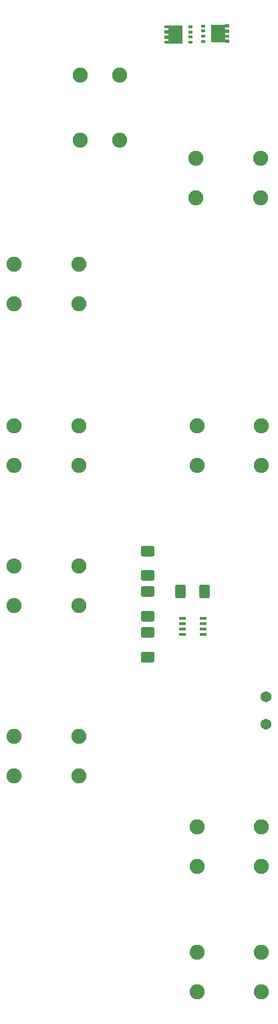
<source format=gbr>
%TF.GenerationSoftware,KiCad,Pcbnew,7.0.8*%
%TF.CreationDate,2024-04-29T16:50:17-06:00*%
%TF.ProjectId,GR-LRR-POWER-PCB-INPUT,47522d4c-5252-42d5-904f-5745522d5043,rev?*%
%TF.SameCoordinates,Original*%
%TF.FileFunction,Soldermask,Top*%
%TF.FilePolarity,Negative*%
%FSLAX46Y46*%
G04 Gerber Fmt 4.6, Leading zero omitted, Abs format (unit mm)*
G04 Created by KiCad (PCBNEW 7.0.8) date 2024-04-29 16:50:17*
%MOMM*%
%LPD*%
G01*
G04 APERTURE LIST*
G04 Aperture macros list*
%AMRoundRect*
0 Rectangle with rounded corners*
0 $1 Rounding radius*
0 $2 $3 $4 $5 $6 $7 $8 $9 X,Y pos of 4 corners*
0 Add a 4 corners polygon primitive as box body*
4,1,4,$2,$3,$4,$5,$6,$7,$8,$9,$2,$3,0*
0 Add four circle primitives for the rounded corners*
1,1,$1+$1,$2,$3*
1,1,$1+$1,$4,$5*
1,1,$1+$1,$6,$7*
1,1,$1+$1,$8,$9*
0 Add four rect primitives between the rounded corners*
20,1,$1+$1,$2,$3,$4,$5,0*
20,1,$1+$1,$4,$5,$6,$7,0*
20,1,$1+$1,$6,$7,$8,$9,0*
20,1,$1+$1,$8,$9,$2,$3,0*%
G04 Aperture macros list end*
%ADD10C,1.905000*%
%ADD11R,0.876300X0.406400*%
%ADD12RoundRect,0.250000X0.400000X0.625000X-0.400000X0.625000X-0.400000X-0.625000X0.400000X-0.625000X0*%
%ADD13C,1.371600*%
%ADD14RoundRect,0.250000X-0.625000X0.400000X-0.625000X-0.400000X0.625000X-0.400000X0.625000X0.400000X0*%
%ADD15R,0.558800X0.406400*%
%ADD16R,0.508000X0.406400*%
G04 APERTURE END LIST*
%TO.C,U3*%
G36*
X76262502Y-30734400D02*
G01*
X77989702Y-30734400D01*
X77989702Y-32969600D01*
X76262502Y-32969600D01*
X76262500Y-33030199D01*
X75754500Y-33030199D01*
X75754500Y-32623799D01*
X76262500Y-32623799D01*
X76262500Y-32380201D01*
X75754500Y-32380201D01*
X75754500Y-31973801D01*
X76262500Y-31973801D01*
X76262500Y-31730199D01*
X75754500Y-31730199D01*
X75754500Y-31323799D01*
X76262500Y-31323799D01*
X76262500Y-31080201D01*
X75754500Y-31080201D01*
X75754500Y-30673801D01*
X76262500Y-30673801D01*
X76262502Y-30734400D01*
G37*
%TO.C,U2*%
G36*
X83920300Y-30978601D02*
G01*
X83412300Y-30978601D01*
X83412300Y-31222199D01*
X83920300Y-31222199D01*
X83920300Y-31628599D01*
X83412300Y-31628599D01*
X83412300Y-31872201D01*
X83920300Y-31872201D01*
X83920300Y-32278601D01*
X83412300Y-32278601D01*
X83412300Y-32522199D01*
X83920300Y-32522199D01*
X83920300Y-32928599D01*
X83412300Y-32928599D01*
X83412298Y-32868000D01*
X81685098Y-32868000D01*
X81685098Y-30632800D01*
X83412298Y-30632800D01*
X83412300Y-30572201D01*
X83920300Y-30572201D01*
X83920300Y-30978601D01*
G37*
%TD*%
D10*
%TO.C,J3*%
X64907600Y-98957099D03*
X56707601Y-98957099D03*
X64907600Y-103957099D03*
X56707601Y-103957099D03*
%TD*%
D11*
%TO.C,U1*%
X78026000Y-105602002D03*
X78026000Y-106252000D03*
X78026000Y-106902002D03*
X78026000Y-107552000D03*
X80654900Y-107552000D03*
X80654900Y-106902002D03*
X80654900Y-106252000D03*
X80654900Y-105602002D03*
%TD*%
D10*
%TO.C,J1*%
X64882399Y-60830000D03*
X56682400Y-60830000D03*
X64882399Y-65830000D03*
X56682400Y-65830000D03*
%TD*%
%TO.C,J4*%
X64907600Y-120420099D03*
X56707601Y-120420099D03*
X64907600Y-125420099D03*
X56707601Y-125420099D03*
%TD*%
%TO.C,J7*%
X79826001Y-136852000D03*
X88026000Y-136852000D03*
X79826001Y-131852000D03*
X88026000Y-131852000D03*
%TD*%
%TO.C,J6*%
X79826001Y-152752000D03*
X88026000Y-152752000D03*
X79826001Y-147752000D03*
X88026000Y-147752000D03*
%TD*%
%TO.C,J9*%
X79826001Y-86252000D03*
X88026000Y-86252000D03*
X79826001Y-81252000D03*
X88026000Y-81252000D03*
%TD*%
%TO.C,J5*%
X79726001Y-52452000D03*
X87926000Y-52452000D03*
X79726001Y-47452000D03*
X87926000Y-47452000D03*
%TD*%
D12*
%TO.C,R4*%
X80820000Y-102167200D03*
X77720000Y-102167200D03*
%TD*%
D13*
%TO.C,C1*%
X88626000Y-115452000D03*
X88626000Y-118952001D03*
%TD*%
D14*
%TO.C,R1*%
X73631200Y-107347600D03*
X73631200Y-110447600D03*
%TD*%
%TO.C,R2*%
X73631200Y-102166000D03*
X73631200Y-105266000D03*
%TD*%
D15*
%TO.C,U3*%
X79043500Y-32826999D03*
X79043500Y-32177001D03*
X79043500Y-31526999D03*
X79043500Y-30877001D03*
D16*
X76008500Y-30877001D03*
X76008500Y-31526999D03*
X76008500Y-32177001D03*
X76008500Y-32826999D03*
%TD*%
D15*
%TO.C,U2*%
X80631300Y-30775401D03*
X80631300Y-31425399D03*
X80631300Y-32075401D03*
X80631300Y-32725399D03*
D16*
X83666300Y-32725399D03*
X83666300Y-32075401D03*
X83666300Y-31425399D03*
X83666300Y-30775401D03*
%TD*%
D10*
%TO.C,J2*%
X64907600Y-81227899D03*
X56707601Y-81227899D03*
X64907600Y-86227899D03*
X56707601Y-86227899D03*
%TD*%
D14*
%TO.C,R3*%
X73631200Y-97061200D03*
X73631200Y-100161200D03*
%TD*%
D10*
%TO.C,J8*%
X70026000Y-45152000D03*
X70026000Y-36952001D03*
X65026000Y-45152000D03*
X65026000Y-36952001D03*
%TD*%
M02*

</source>
